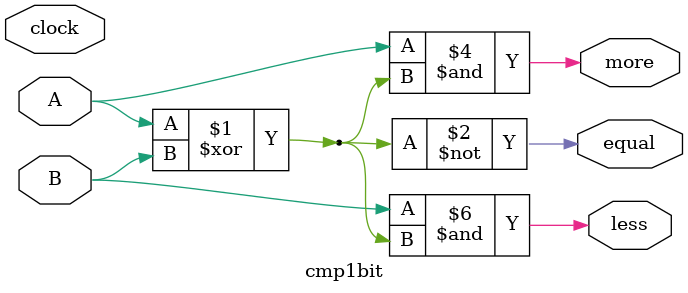
<source format=v>
`timescale 10ns/1ns

module cmp1bit( A, B, equal, more, less, clock);
	input A, B;
	output equal, more, less;
	input clock;
	
	assign equal = ~(A^B);
	assign more = A&(~equal);
	assign less = B&(~equal);


endmodule
</source>
